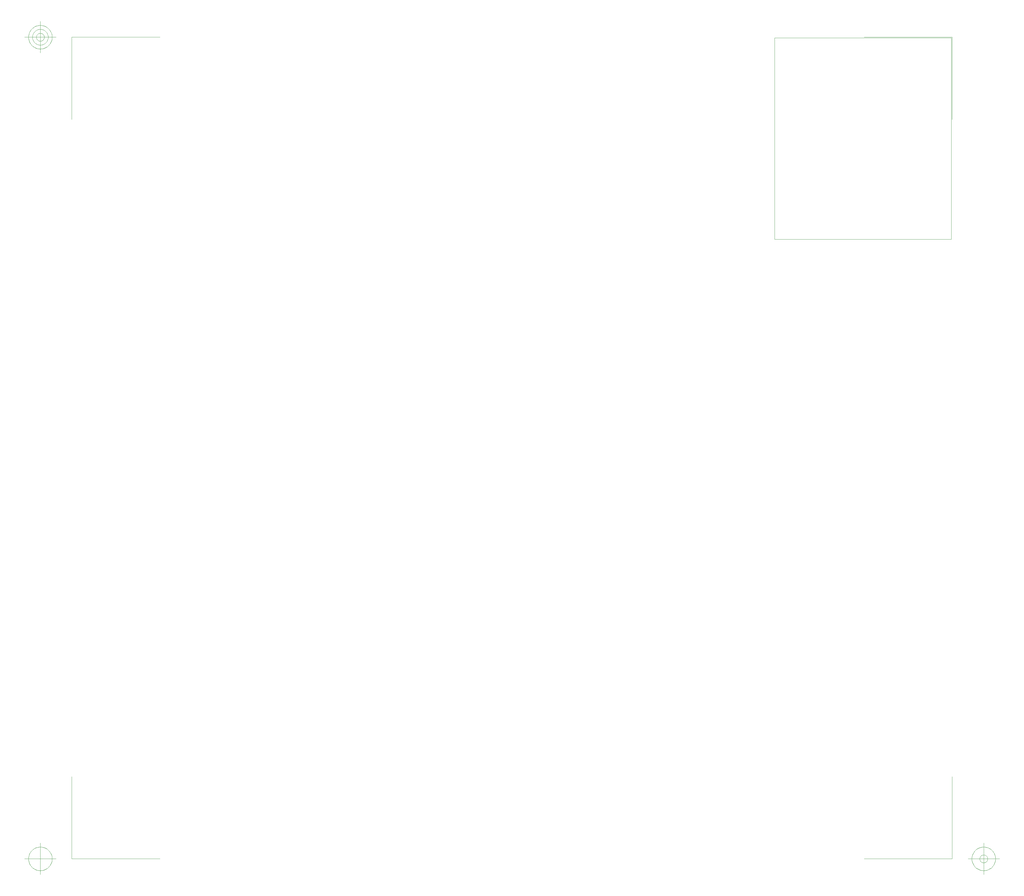
<source format=gbr>
G04 Generated by Ultiboard *
%FSLAX25Y25*%
%MOIN*%

%ADD10C,0.00004*%
%ADD11C,0.00394*%


G04 ColorRGB 00FFFF for the following layer *
%LNBoard Outline*%
%LPD*%
%FSLAX25Y25*%
%MOIN*%
G54D10*
X180000Y95000D02*
X401000Y95000D01*
X401000Y95000D02*
X401000Y347000D01*
X401000Y347000D02*
X180000Y347000D01*
X180000Y347000D02*
X180000Y95000D01*
G54D11*
X-699398Y-679962D02*
X-699398Y-577166D01*
X-699398Y-679962D02*
X-589258Y-679962D01*
X402000Y-679962D02*
X291860Y-679962D01*
X402000Y-679962D02*
X402000Y-577166D01*
X402000Y348000D02*
X402000Y245204D01*
X402000Y348000D02*
X291860Y348000D01*
X-699398Y348000D02*
X-589258Y348000D01*
X-699398Y348000D02*
X-699398Y245204D01*
X-719083Y-679962D02*
X-758453Y-679962D01*
X-738768Y-699647D02*
X-738768Y-660277D01*
X-724004Y-679962D02*
X-724075Y-678515D01*
X-724075Y-678515D02*
X-724288Y-677082D01*
X-724288Y-677082D02*
X-724640Y-675676D01*
X-724640Y-675676D02*
X-725128Y-674312D01*
X-725128Y-674312D02*
X-725747Y-673002D01*
X-725747Y-673002D02*
X-726492Y-671760D01*
X-726492Y-671760D02*
X-727355Y-670596D01*
X-727355Y-670596D02*
X-728328Y-669523D01*
X-728328Y-669523D02*
X-729402Y-668550D01*
X-729402Y-668550D02*
X-730565Y-667686D01*
X-730565Y-667686D02*
X-731808Y-666942D01*
X-731808Y-666942D02*
X-733118Y-666322D01*
X-733118Y-666322D02*
X-734482Y-665834D01*
X-734482Y-665834D02*
X-735887Y-665482D01*
X-735887Y-665482D02*
X-737321Y-665269D01*
X-737321Y-665269D02*
X-738768Y-665198D01*
X-738768Y-665198D02*
X-740215Y-665269D01*
X-740215Y-665269D02*
X-741648Y-665482D01*
X-741648Y-665482D02*
X-743053Y-665834D01*
X-743053Y-665834D02*
X-744418Y-666322D01*
X-744418Y-666322D02*
X-745727Y-666942D01*
X-745727Y-666942D02*
X-746970Y-667686D01*
X-746970Y-667686D02*
X-748134Y-668550D01*
X-748134Y-668550D02*
X-749207Y-669523D01*
X-749207Y-669523D02*
X-750180Y-670596D01*
X-750180Y-670596D02*
X-751043Y-671760D01*
X-751043Y-671760D02*
X-751788Y-673002D01*
X-751788Y-673002D02*
X-752408Y-674312D01*
X-752408Y-674312D02*
X-752896Y-675676D01*
X-752896Y-675676D02*
X-753248Y-677082D01*
X-753248Y-677082D02*
X-753460Y-678515D01*
X-753460Y-678515D02*
X-753531Y-679962D01*
X-753531Y-679962D02*
X-753460Y-681409D01*
X-753460Y-681409D02*
X-753248Y-682842D01*
X-753248Y-682842D02*
X-752896Y-684248D01*
X-752896Y-684248D02*
X-752408Y-685612D01*
X-752408Y-685612D02*
X-751788Y-686922D01*
X-751788Y-686922D02*
X-751043Y-688164D01*
X-751043Y-688164D02*
X-750180Y-689328D01*
X-750180Y-689328D02*
X-749207Y-690402D01*
X-749207Y-690402D02*
X-748134Y-691375D01*
X-748134Y-691375D02*
X-746970Y-692238D01*
X-746970Y-692238D02*
X-745727Y-692983D01*
X-745727Y-692983D02*
X-744418Y-693602D01*
X-744418Y-693602D02*
X-743053Y-694090D01*
X-743053Y-694090D02*
X-741648Y-694442D01*
X-741648Y-694442D02*
X-740215Y-694655D01*
X-740215Y-694655D02*
X-738768Y-694726D01*
X-738768Y-694726D02*
X-737321Y-694655D01*
X-737321Y-694655D02*
X-735887Y-694442D01*
X-735887Y-694442D02*
X-734482Y-694090D01*
X-734482Y-694090D02*
X-733118Y-693602D01*
X-733118Y-693602D02*
X-731808Y-692983D01*
X-731808Y-692983D02*
X-730565Y-692238D01*
X-730565Y-692238D02*
X-729402Y-691375D01*
X-729402Y-691375D02*
X-728328Y-690402D01*
X-728328Y-690402D02*
X-727355Y-689328D01*
X-727355Y-689328D02*
X-726492Y-688164D01*
X-726492Y-688164D02*
X-725747Y-686922D01*
X-725747Y-686922D02*
X-725128Y-685612D01*
X-725128Y-685612D02*
X-724640Y-684248D01*
X-724640Y-684248D02*
X-724288Y-682842D01*
X-724288Y-682842D02*
X-724075Y-681409D01*
X-724075Y-681409D02*
X-724004Y-679962D01*
X421685Y-679962D02*
X461055Y-679962D01*
X441370Y-699647D02*
X441370Y-660277D01*
X456134Y-679962D02*
X456063Y-678515D01*
X456063Y-678515D02*
X455850Y-677082D01*
X455850Y-677082D02*
X455498Y-675676D01*
X455498Y-675676D02*
X455010Y-674312D01*
X455010Y-674312D02*
X454391Y-673002D01*
X454391Y-673002D02*
X453646Y-671760D01*
X453646Y-671760D02*
X452783Y-670596D01*
X452783Y-670596D02*
X451810Y-669523D01*
X451810Y-669523D02*
X450736Y-668550D01*
X450736Y-668550D02*
X449572Y-667686D01*
X449572Y-667686D02*
X448330Y-666942D01*
X448330Y-666942D02*
X447020Y-666322D01*
X447020Y-666322D02*
X445656Y-665834D01*
X445656Y-665834D02*
X444250Y-665482D01*
X444250Y-665482D02*
X442817Y-665269D01*
X442817Y-665269D02*
X441370Y-665198D01*
X441370Y-665198D02*
X439923Y-665269D01*
X439923Y-665269D02*
X438490Y-665482D01*
X438490Y-665482D02*
X437084Y-665834D01*
X437084Y-665834D02*
X435720Y-666322D01*
X435720Y-666322D02*
X434410Y-666942D01*
X434410Y-666942D02*
X433168Y-667686D01*
X433168Y-667686D02*
X432004Y-668550D01*
X432004Y-668550D02*
X430931Y-669523D01*
X430931Y-669523D02*
X429958Y-670596D01*
X429958Y-670596D02*
X429094Y-671760D01*
X429094Y-671760D02*
X428350Y-673002D01*
X428350Y-673002D02*
X427730Y-674312D01*
X427730Y-674312D02*
X427242Y-675676D01*
X427242Y-675676D02*
X426890Y-677082D01*
X426890Y-677082D02*
X426677Y-678515D01*
X426677Y-678515D02*
X426606Y-679962D01*
X426606Y-679962D02*
X426677Y-681409D01*
X426677Y-681409D02*
X426890Y-682842D01*
X426890Y-682842D02*
X427242Y-684248D01*
X427242Y-684248D02*
X427730Y-685612D01*
X427730Y-685612D02*
X428350Y-686922D01*
X428350Y-686922D02*
X429094Y-688164D01*
X429094Y-688164D02*
X429958Y-689328D01*
X429958Y-689328D02*
X430931Y-690402D01*
X430931Y-690402D02*
X432004Y-691375D01*
X432004Y-691375D02*
X433168Y-692238D01*
X433168Y-692238D02*
X434410Y-692983D01*
X434410Y-692983D02*
X435720Y-693602D01*
X435720Y-693602D02*
X437084Y-694090D01*
X437084Y-694090D02*
X438490Y-694442D01*
X438490Y-694442D02*
X439923Y-694655D01*
X439923Y-694655D02*
X441370Y-694726D01*
X441370Y-694726D02*
X442817Y-694655D01*
X442817Y-694655D02*
X444250Y-694442D01*
X444250Y-694442D02*
X445656Y-694090D01*
X445656Y-694090D02*
X447020Y-693602D01*
X447020Y-693602D02*
X448330Y-692983D01*
X448330Y-692983D02*
X449572Y-692238D01*
X449572Y-692238D02*
X450736Y-691375D01*
X450736Y-691375D02*
X451810Y-690402D01*
X451810Y-690402D02*
X452783Y-689328D01*
X452783Y-689328D02*
X453646Y-688164D01*
X453646Y-688164D02*
X454391Y-686922D01*
X454391Y-686922D02*
X455010Y-685612D01*
X455010Y-685612D02*
X455498Y-684248D01*
X455498Y-684248D02*
X455850Y-682842D01*
X455850Y-682842D02*
X456063Y-681409D01*
X456063Y-681409D02*
X456134Y-679962D01*
X446291Y-679962D02*
X446268Y-679480D01*
X446268Y-679480D02*
X446197Y-679002D01*
X446197Y-679002D02*
X446079Y-678534D01*
X446079Y-678534D02*
X445917Y-678079D01*
X445917Y-678079D02*
X445710Y-677642D01*
X445710Y-677642D02*
X445462Y-677228D01*
X445462Y-677228D02*
X445174Y-676840D01*
X445174Y-676840D02*
X444850Y-676482D01*
X444850Y-676482D02*
X444492Y-676158D01*
X444492Y-676158D02*
X444104Y-675870D01*
X444104Y-675870D02*
X443690Y-675622D01*
X443690Y-675622D02*
X443253Y-675415D01*
X443253Y-675415D02*
X442799Y-675253D01*
X442799Y-675253D02*
X442330Y-675135D01*
X442330Y-675135D02*
X441852Y-675065D01*
X441852Y-675065D02*
X441370Y-675041D01*
X441370Y-675041D02*
X440888Y-675065D01*
X440888Y-675065D02*
X440410Y-675135D01*
X440410Y-675135D02*
X439942Y-675253D01*
X439942Y-675253D02*
X439487Y-675415D01*
X439487Y-675415D02*
X439050Y-675622D01*
X439050Y-675622D02*
X438636Y-675870D01*
X438636Y-675870D02*
X438248Y-676158D01*
X438248Y-676158D02*
X437890Y-676482D01*
X437890Y-676482D02*
X437566Y-676840D01*
X437566Y-676840D02*
X437278Y-677228D01*
X437278Y-677228D02*
X437030Y-677642D01*
X437030Y-677642D02*
X436823Y-678079D01*
X436823Y-678079D02*
X436661Y-678534D01*
X436661Y-678534D02*
X436543Y-679002D01*
X436543Y-679002D02*
X436473Y-679480D01*
X436473Y-679480D02*
X436449Y-679962D01*
X436449Y-679962D02*
X436473Y-680444D01*
X436473Y-680444D02*
X436543Y-680922D01*
X436543Y-680922D02*
X436661Y-681391D01*
X436661Y-681391D02*
X436823Y-681845D01*
X436823Y-681845D02*
X437030Y-682282D01*
X437030Y-682282D02*
X437278Y-682696D01*
X437278Y-682696D02*
X437566Y-683084D01*
X437566Y-683084D02*
X437890Y-683442D01*
X437890Y-683442D02*
X438248Y-683766D01*
X438248Y-683766D02*
X438636Y-684054D01*
X438636Y-684054D02*
X439050Y-684302D01*
X439050Y-684302D02*
X439487Y-684509D01*
X439487Y-684509D02*
X439942Y-684671D01*
X439942Y-684671D02*
X440410Y-684789D01*
X440410Y-684789D02*
X440888Y-684860D01*
X440888Y-684860D02*
X441370Y-684883D01*
X441370Y-684883D02*
X441852Y-684860D01*
X441852Y-684860D02*
X442330Y-684789D01*
X442330Y-684789D02*
X442799Y-684671D01*
X442799Y-684671D02*
X443253Y-684509D01*
X443253Y-684509D02*
X443690Y-684302D01*
X443690Y-684302D02*
X444104Y-684054D01*
X444104Y-684054D02*
X444492Y-683766D01*
X444492Y-683766D02*
X444850Y-683442D01*
X444850Y-683442D02*
X445174Y-683084D01*
X445174Y-683084D02*
X445462Y-682696D01*
X445462Y-682696D02*
X445710Y-682282D01*
X445710Y-682282D02*
X445917Y-681845D01*
X445917Y-681845D02*
X446079Y-681391D01*
X446079Y-681391D02*
X446197Y-680922D01*
X446197Y-680922D02*
X446268Y-680444D01*
X446268Y-680444D02*
X446291Y-679962D01*
X-719083Y348000D02*
X-758453Y348000D01*
X-738768Y328315D02*
X-738768Y367685D01*
X-724004Y348000D02*
X-724075Y349447D01*
X-724075Y349447D02*
X-724288Y350880D01*
X-724288Y350880D02*
X-724640Y352286D01*
X-724640Y352286D02*
X-725128Y353650D01*
X-725128Y353650D02*
X-725747Y354960D01*
X-725747Y354960D02*
X-726492Y356202D01*
X-726492Y356202D02*
X-727355Y357366D01*
X-727355Y357366D02*
X-728328Y358440D01*
X-728328Y358440D02*
X-729402Y359413D01*
X-729402Y359413D02*
X-730565Y360276D01*
X-730565Y360276D02*
X-731808Y361020D01*
X-731808Y361020D02*
X-733118Y361640D01*
X-733118Y361640D02*
X-734482Y362128D01*
X-734482Y362128D02*
X-735887Y362480D01*
X-735887Y362480D02*
X-737321Y362693D01*
X-737321Y362693D02*
X-738768Y362764D01*
X-738768Y362764D02*
X-740215Y362693D01*
X-740215Y362693D02*
X-741648Y362480D01*
X-741648Y362480D02*
X-743053Y362128D01*
X-743053Y362128D02*
X-744418Y361640D01*
X-744418Y361640D02*
X-745727Y361020D01*
X-745727Y361020D02*
X-746970Y360276D01*
X-746970Y360276D02*
X-748134Y359413D01*
X-748134Y359413D02*
X-749207Y358440D01*
X-749207Y358440D02*
X-750180Y357366D01*
X-750180Y357366D02*
X-751043Y356202D01*
X-751043Y356202D02*
X-751788Y354960D01*
X-751788Y354960D02*
X-752408Y353650D01*
X-752408Y353650D02*
X-752896Y352286D01*
X-752896Y352286D02*
X-753248Y350880D01*
X-753248Y350880D02*
X-753460Y349447D01*
X-753460Y349447D02*
X-753531Y348000D01*
X-753531Y348000D02*
X-753460Y346553D01*
X-753460Y346553D02*
X-753248Y345120D01*
X-753248Y345120D02*
X-752896Y343714D01*
X-752896Y343714D02*
X-752408Y342350D01*
X-752408Y342350D02*
X-751788Y341040D01*
X-751788Y341040D02*
X-751043Y339798D01*
X-751043Y339798D02*
X-750180Y338634D01*
X-750180Y338634D02*
X-749207Y337560D01*
X-749207Y337560D02*
X-748134Y336587D01*
X-748134Y336587D02*
X-746970Y335724D01*
X-746970Y335724D02*
X-745727Y334980D01*
X-745727Y334980D02*
X-744418Y334360D01*
X-744418Y334360D02*
X-743053Y333872D01*
X-743053Y333872D02*
X-741648Y333520D01*
X-741648Y333520D02*
X-740215Y333307D01*
X-740215Y333307D02*
X-738768Y333236D01*
X-738768Y333236D02*
X-737321Y333307D01*
X-737321Y333307D02*
X-735887Y333520D01*
X-735887Y333520D02*
X-734482Y333872D01*
X-734482Y333872D02*
X-733118Y334360D01*
X-733118Y334360D02*
X-731808Y334980D01*
X-731808Y334980D02*
X-730565Y335724D01*
X-730565Y335724D02*
X-729402Y336587D01*
X-729402Y336587D02*
X-728328Y337560D01*
X-728328Y337560D02*
X-727355Y338634D01*
X-727355Y338634D02*
X-726492Y339798D01*
X-726492Y339798D02*
X-725747Y341040D01*
X-725747Y341040D02*
X-725128Y342350D01*
X-725128Y342350D02*
X-724640Y343714D01*
X-724640Y343714D02*
X-724288Y345120D01*
X-724288Y345120D02*
X-724075Y346553D01*
X-724075Y346553D02*
X-724004Y348000D01*
X-728925Y348000D02*
X-728973Y348965D01*
X-728973Y348965D02*
X-729114Y349920D01*
X-729114Y349920D02*
X-729349Y350857D01*
X-729349Y350857D02*
X-729674Y351767D01*
X-729674Y351767D02*
X-730087Y352640D01*
X-730087Y352640D02*
X-730584Y353468D01*
X-730584Y353468D02*
X-731159Y354244D01*
X-731159Y354244D02*
X-731808Y354960D01*
X-731808Y354960D02*
X-732524Y355608D01*
X-732524Y355608D02*
X-733299Y356184D01*
X-733299Y356184D02*
X-734128Y356680D01*
X-734128Y356680D02*
X-735001Y357093D01*
X-735001Y357093D02*
X-735911Y357419D01*
X-735911Y357419D02*
X-736848Y357653D01*
X-736848Y357653D02*
X-737803Y357795D01*
X-737803Y357795D02*
X-738768Y357843D01*
X-738768Y357843D02*
X-739732Y357795D01*
X-739732Y357795D02*
X-740688Y357653D01*
X-740688Y357653D02*
X-741625Y357419D01*
X-741625Y357419D02*
X-742534Y357093D01*
X-742534Y357093D02*
X-743407Y356680D01*
X-743407Y356680D02*
X-744236Y356184D01*
X-744236Y356184D02*
X-745012Y355608D01*
X-745012Y355608D02*
X-745727Y354960D01*
X-745727Y354960D02*
X-746376Y354244D01*
X-746376Y354244D02*
X-746951Y353468D01*
X-746951Y353468D02*
X-747448Y352640D01*
X-747448Y352640D02*
X-747861Y351767D01*
X-747861Y351767D02*
X-748186Y350857D01*
X-748186Y350857D02*
X-748421Y349920D01*
X-748421Y349920D02*
X-748563Y348965D01*
X-748563Y348965D02*
X-748610Y348000D01*
X-748610Y348000D02*
X-748563Y347035D01*
X-748563Y347035D02*
X-748421Y346080D01*
X-748421Y346080D02*
X-748186Y345143D01*
X-748186Y345143D02*
X-747861Y344233D01*
X-747861Y344233D02*
X-747448Y343360D01*
X-747448Y343360D02*
X-746951Y342532D01*
X-746951Y342532D02*
X-746376Y341756D01*
X-746376Y341756D02*
X-745727Y341040D01*
X-745727Y341040D02*
X-745012Y340392D01*
X-745012Y340392D02*
X-744236Y339816D01*
X-744236Y339816D02*
X-743407Y339320D01*
X-743407Y339320D02*
X-742534Y338907D01*
X-742534Y338907D02*
X-741625Y338581D01*
X-741625Y338581D02*
X-740688Y338347D01*
X-740688Y338347D02*
X-739732Y338205D01*
X-739732Y338205D02*
X-738768Y338157D01*
X-738768Y338157D02*
X-737803Y338205D01*
X-737803Y338205D02*
X-736848Y338347D01*
X-736848Y338347D02*
X-735911Y338581D01*
X-735911Y338581D02*
X-735001Y338907D01*
X-735001Y338907D02*
X-734128Y339320D01*
X-734128Y339320D02*
X-733299Y339816D01*
X-733299Y339816D02*
X-732524Y340392D01*
X-732524Y340392D02*
X-731808Y341040D01*
X-731808Y341040D02*
X-731159Y341756D01*
X-731159Y341756D02*
X-730584Y342532D01*
X-730584Y342532D02*
X-730087Y343360D01*
X-730087Y343360D02*
X-729674Y344233D01*
X-729674Y344233D02*
X-729349Y345143D01*
X-729349Y345143D02*
X-729114Y346080D01*
X-729114Y346080D02*
X-728973Y347035D01*
X-728973Y347035D02*
X-728925Y348000D01*
X-733846Y348000D02*
X-733870Y348482D01*
X-733870Y348482D02*
X-733941Y348960D01*
X-733941Y348960D02*
X-734058Y349429D01*
X-734058Y349429D02*
X-734221Y349883D01*
X-734221Y349883D02*
X-734428Y350320D01*
X-734428Y350320D02*
X-734676Y350734D01*
X-734676Y350734D02*
X-734964Y351122D01*
X-734964Y351122D02*
X-735288Y351480D01*
X-735288Y351480D02*
X-735646Y351804D01*
X-735646Y351804D02*
X-736034Y352092D01*
X-736034Y352092D02*
X-736448Y352340D01*
X-736448Y352340D02*
X-736884Y352547D01*
X-736884Y352547D02*
X-737339Y352709D01*
X-737339Y352709D02*
X-737808Y352827D01*
X-737808Y352827D02*
X-738285Y352898D01*
X-738285Y352898D02*
X-738768Y352921D01*
X-738768Y352921D02*
X-739250Y352898D01*
X-739250Y352898D02*
X-739728Y352827D01*
X-739728Y352827D02*
X-740196Y352709D01*
X-740196Y352709D02*
X-740651Y352547D01*
X-740651Y352547D02*
X-741088Y352340D01*
X-741088Y352340D02*
X-741502Y352092D01*
X-741502Y352092D02*
X-741890Y351804D01*
X-741890Y351804D02*
X-742248Y351480D01*
X-742248Y351480D02*
X-742572Y351122D01*
X-742572Y351122D02*
X-742860Y350734D01*
X-742860Y350734D02*
X-743108Y350320D01*
X-743108Y350320D02*
X-743314Y349883D01*
X-743314Y349883D02*
X-743477Y349429D01*
X-743477Y349429D02*
X-743594Y348960D01*
X-743594Y348960D02*
X-743665Y348482D01*
X-743665Y348482D02*
X-743689Y348000D01*
X-743689Y348000D02*
X-743665Y347518D01*
X-743665Y347518D02*
X-743594Y347040D01*
X-743594Y347040D02*
X-743477Y346571D01*
X-743477Y346571D02*
X-743314Y346117D01*
X-743314Y346117D02*
X-743108Y345680D01*
X-743108Y345680D02*
X-742860Y345266D01*
X-742860Y345266D02*
X-742572Y344878D01*
X-742572Y344878D02*
X-742248Y344520D01*
X-742248Y344520D02*
X-741890Y344196D01*
X-741890Y344196D02*
X-741502Y343908D01*
X-741502Y343908D02*
X-741088Y343660D01*
X-741088Y343660D02*
X-740651Y343453D01*
X-740651Y343453D02*
X-740196Y343291D01*
X-740196Y343291D02*
X-739728Y343173D01*
X-739728Y343173D02*
X-739250Y343102D01*
X-739250Y343102D02*
X-738768Y343079D01*
X-738768Y343079D02*
X-738285Y343102D01*
X-738285Y343102D02*
X-737808Y343173D01*
X-737808Y343173D02*
X-737339Y343291D01*
X-737339Y343291D02*
X-736884Y343453D01*
X-736884Y343453D02*
X-736448Y343660D01*
X-736448Y343660D02*
X-736034Y343908D01*
X-736034Y343908D02*
X-735646Y344196D01*
X-735646Y344196D02*
X-735288Y344520D01*
X-735288Y344520D02*
X-734964Y344878D01*
X-734964Y344878D02*
X-734676Y345266D01*
X-734676Y345266D02*
X-734428Y345680D01*
X-734428Y345680D02*
X-734221Y346117D01*
X-734221Y346117D02*
X-734058Y346571D01*
X-734058Y346571D02*
X-733941Y347040D01*
X-733941Y347040D02*
X-733870Y347518D01*
X-733870Y347518D02*
X-733846Y348000D01*

M00*

</source>
